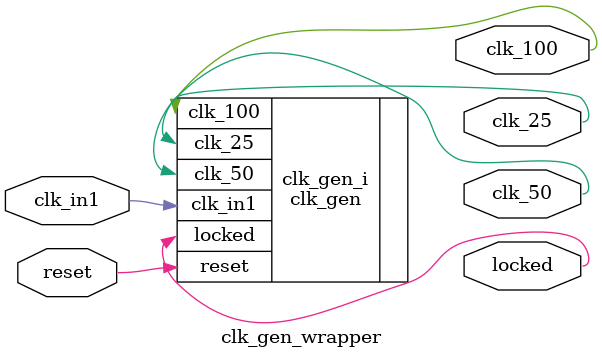
<source format=v>
`timescale 1 ps / 1 ps

module clk_gen_wrapper
   (clk_100,
    clk_25,
    clk_50,
    clk_in1,
    locked,
    reset);
  output clk_100;
  output clk_25;
  output clk_50;
  input clk_in1;
  output locked;
  input reset;

  wire clk_100;
  wire clk_25;
  wire clk_50;
  wire clk_in1;
  wire locked;
  wire reset;

  clk_gen clk_gen_i
       (.clk_100(clk_100),
        .clk_25(clk_25),
        .clk_50(clk_50),
        .clk_in1(clk_in1),
        .locked(locked),
        .reset(reset));
endmodule

</source>
